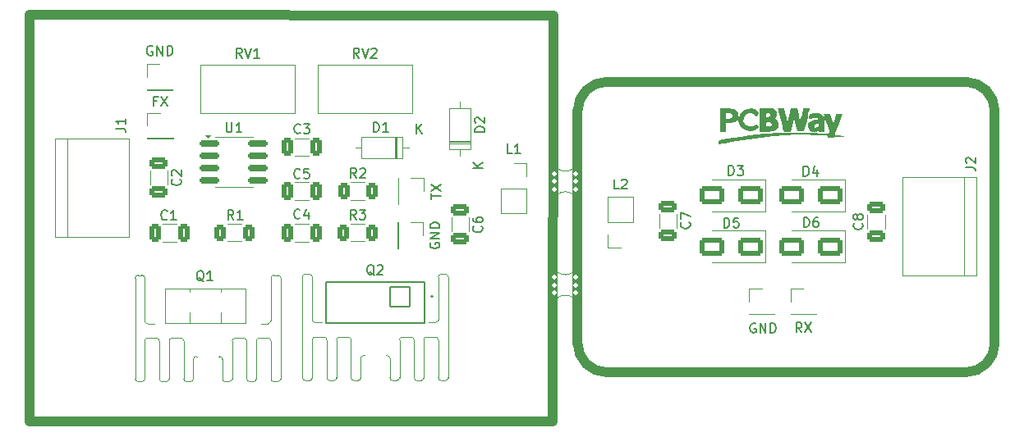
<source format=gbr>
%TF.GenerationSoftware,KiCad,Pcbnew,8.0.6*%
%TF.CreationDate,2025-11-14T22:02:28-06:00*%
%TF.ProjectId,WirelessChargerPCB,57697265-6c65-4737-9343-686172676572,rev?*%
%TF.SameCoordinates,Original*%
%TF.FileFunction,Legend,Top*%
%TF.FilePolarity,Positive*%
%FSLAX46Y46*%
G04 Gerber Fmt 4.6, Leading zero omitted, Abs format (unit mm)*
G04 Created by KiCad (PCBNEW 8.0.6) date 2025-11-14 22:02:28*
%MOMM*%
%LPD*%
G01*
G04 APERTURE LIST*
G04 Aperture macros list*
%AMRoundRect*
0 Rectangle with rounded corners*
0 $1 Rounding radius*
0 $2 $3 $4 $5 $6 $7 $8 $9 X,Y pos of 4 corners*
0 Add a 4 corners polygon primitive as box body*
4,1,4,$2,$3,$4,$5,$6,$7,$8,$9,$2,$3,0*
0 Add four circle primitives for the rounded corners*
1,1,$1+$1,$2,$3*
1,1,$1+$1,$4,$5*
1,1,$1+$1,$6,$7*
1,1,$1+$1,$8,$9*
0 Add four rect primitives between the rounded corners*
20,1,$1+$1,$2,$3,$4,$5,0*
20,1,$1+$1,$4,$5,$6,$7,0*
20,1,$1+$1,$6,$7,$8,$9,0*
20,1,$1+$1,$8,$9,$2,$3,0*%
G04 Aperture macros list end*
%ADD10C,1.000000*%
%ADD11C,0.150000*%
%ADD12C,0.000000*%
%ADD13C,0.100000*%
%ADD14C,0.120000*%
%ADD15C,0.200000*%
%ADD16C,0.127000*%
%ADD17C,0.500000*%
%ADD18C,3.200000*%
%ADD19R,3.000000X3.000000*%
%ADD20C,3.000000*%
%ADD21R,1.700000X1.700000*%
%ADD22O,1.700000X1.700000*%
%ADD23RoundRect,0.250000X-0.312500X-0.625000X0.312500X-0.625000X0.312500X0.625000X-0.312500X0.625000X0*%
%ADD24RoundRect,0.250000X-0.650000X0.325000X-0.650000X-0.325000X0.650000X-0.325000X0.650000X0.325000X0*%
%ADD25O,1.600000X1.600000*%
%ADD26R,1.600000X1.600000*%
%ADD27RoundRect,0.250000X1.000000X0.650000X-1.000000X0.650000X-1.000000X-0.650000X1.000000X-0.650000X0*%
%ADD28C,1.800000*%
%ADD29RoundRect,0.150000X-0.825000X-0.150000X0.825000X-0.150000X0.825000X0.150000X-0.825000X0.150000X0*%
%ADD30C,2.199000*%
%ADD31RoundRect,0.102000X0.997500X0.997500X-0.997500X0.997500X-0.997500X-0.997500X0.997500X-0.997500X0*%
%ADD32RoundRect,0.250000X0.325000X0.650000X-0.325000X0.650000X-0.325000X-0.650000X0.325000X-0.650000X0*%
%ADD33C,1.440000*%
%ADD34RoundRect,0.250000X-0.325000X-0.650000X0.325000X-0.650000X0.325000X0.650000X-0.325000X0.650000X0*%
%ADD35O,1.710000X1.800000*%
%ADD36R,1.710000X1.800000*%
%ADD37RoundRect,0.250000X0.650000X-0.325000X0.650000X0.325000X-0.650000X0.325000X-0.650000X-0.325000X0*%
G04 APERTURE END LIST*
D10*
X152300000Y-88390000D02*
X152300000Y-112390000D01*
X149765000Y-78525000D02*
X149755000Y-120495000D01*
X95755000Y-120455000D02*
X149755000Y-120495000D01*
X95765000Y-78485000D02*
X149765000Y-78525000D01*
X95755000Y-120455000D02*
X95765000Y-78485000D01*
D11*
X108453095Y-81712438D02*
X108357857Y-81664819D01*
X108357857Y-81664819D02*
X108215000Y-81664819D01*
X108215000Y-81664819D02*
X108072143Y-81712438D01*
X108072143Y-81712438D02*
X107976905Y-81807676D01*
X107976905Y-81807676D02*
X107929286Y-81902914D01*
X107929286Y-81902914D02*
X107881667Y-82093390D01*
X107881667Y-82093390D02*
X107881667Y-82236247D01*
X107881667Y-82236247D02*
X107929286Y-82426723D01*
X107929286Y-82426723D02*
X107976905Y-82521961D01*
X107976905Y-82521961D02*
X108072143Y-82617200D01*
X108072143Y-82617200D02*
X108215000Y-82664819D01*
X108215000Y-82664819D02*
X108310238Y-82664819D01*
X108310238Y-82664819D02*
X108453095Y-82617200D01*
X108453095Y-82617200D02*
X108500714Y-82569580D01*
X108500714Y-82569580D02*
X108500714Y-82236247D01*
X108500714Y-82236247D02*
X108310238Y-82236247D01*
X108929286Y-82664819D02*
X108929286Y-81664819D01*
X108929286Y-81664819D02*
X109500714Y-82664819D01*
X109500714Y-82664819D02*
X109500714Y-81664819D01*
X109976905Y-82664819D02*
X109976905Y-81664819D01*
X109976905Y-81664819D02*
X110215000Y-81664819D01*
X110215000Y-81664819D02*
X110357857Y-81712438D01*
X110357857Y-81712438D02*
X110453095Y-81807676D01*
X110453095Y-81807676D02*
X110500714Y-81902914D01*
X110500714Y-81902914D02*
X110548333Y-82093390D01*
X110548333Y-82093390D02*
X110548333Y-82236247D01*
X110548333Y-82236247D02*
X110500714Y-82426723D01*
X110500714Y-82426723D02*
X110453095Y-82521961D01*
X110453095Y-82521961D02*
X110357857Y-82617200D01*
X110357857Y-82617200D02*
X110215000Y-82664819D01*
X110215000Y-82664819D02*
X109976905Y-82664819D01*
X137122438Y-102016904D02*
X137074819Y-102112142D01*
X137074819Y-102112142D02*
X137074819Y-102254999D01*
X137074819Y-102254999D02*
X137122438Y-102397856D01*
X137122438Y-102397856D02*
X137217676Y-102493094D01*
X137217676Y-102493094D02*
X137312914Y-102540713D01*
X137312914Y-102540713D02*
X137503390Y-102588332D01*
X137503390Y-102588332D02*
X137646247Y-102588332D01*
X137646247Y-102588332D02*
X137836723Y-102540713D01*
X137836723Y-102540713D02*
X137931961Y-102493094D01*
X137931961Y-102493094D02*
X138027200Y-102397856D01*
X138027200Y-102397856D02*
X138074819Y-102254999D01*
X138074819Y-102254999D02*
X138074819Y-102159761D01*
X138074819Y-102159761D02*
X138027200Y-102016904D01*
X138027200Y-102016904D02*
X137979580Y-101969285D01*
X137979580Y-101969285D02*
X137646247Y-101969285D01*
X137646247Y-101969285D02*
X137646247Y-102159761D01*
X138074819Y-101540713D02*
X137074819Y-101540713D01*
X137074819Y-101540713D02*
X138074819Y-100969285D01*
X138074819Y-100969285D02*
X137074819Y-100969285D01*
X138074819Y-100493094D02*
X137074819Y-100493094D01*
X137074819Y-100493094D02*
X137074819Y-100254999D01*
X137074819Y-100254999D02*
X137122438Y-100112142D01*
X137122438Y-100112142D02*
X137217676Y-100016904D01*
X137217676Y-100016904D02*
X137312914Y-99969285D01*
X137312914Y-99969285D02*
X137503390Y-99921666D01*
X137503390Y-99921666D02*
X137646247Y-99921666D01*
X137646247Y-99921666D02*
X137836723Y-99969285D01*
X137836723Y-99969285D02*
X137931961Y-100016904D01*
X137931961Y-100016904D02*
X138027200Y-100112142D01*
X138027200Y-100112142D02*
X138074819Y-100254999D01*
X138074819Y-100254999D02*
X138074819Y-100493094D01*
X108931666Y-87381009D02*
X108598333Y-87381009D01*
X108598333Y-87904819D02*
X108598333Y-86904819D01*
X108598333Y-86904819D02*
X109074523Y-86904819D01*
X109360238Y-86904819D02*
X110026904Y-87904819D01*
X110026904Y-86904819D02*
X109360238Y-87904819D01*
X137184819Y-97506904D02*
X137184819Y-96935476D01*
X138184819Y-97221190D02*
X137184819Y-97221190D01*
X137184819Y-96697380D02*
X138184819Y-96030714D01*
X137184819Y-96030714D02*
X138184819Y-96697380D01*
X170638095Y-110347438D02*
X170542857Y-110299819D01*
X170542857Y-110299819D02*
X170400000Y-110299819D01*
X170400000Y-110299819D02*
X170257143Y-110347438D01*
X170257143Y-110347438D02*
X170161905Y-110442676D01*
X170161905Y-110442676D02*
X170114286Y-110537914D01*
X170114286Y-110537914D02*
X170066667Y-110728390D01*
X170066667Y-110728390D02*
X170066667Y-110871247D01*
X170066667Y-110871247D02*
X170114286Y-111061723D01*
X170114286Y-111061723D02*
X170161905Y-111156961D01*
X170161905Y-111156961D02*
X170257143Y-111252200D01*
X170257143Y-111252200D02*
X170400000Y-111299819D01*
X170400000Y-111299819D02*
X170495238Y-111299819D01*
X170495238Y-111299819D02*
X170638095Y-111252200D01*
X170638095Y-111252200D02*
X170685714Y-111204580D01*
X170685714Y-111204580D02*
X170685714Y-110871247D01*
X170685714Y-110871247D02*
X170495238Y-110871247D01*
X171114286Y-111299819D02*
X171114286Y-110299819D01*
X171114286Y-110299819D02*
X171685714Y-111299819D01*
X171685714Y-111299819D02*
X171685714Y-110299819D01*
X172161905Y-111299819D02*
X172161905Y-110299819D01*
X172161905Y-110299819D02*
X172400000Y-110299819D01*
X172400000Y-110299819D02*
X172542857Y-110347438D01*
X172542857Y-110347438D02*
X172638095Y-110442676D01*
X172638095Y-110442676D02*
X172685714Y-110537914D01*
X172685714Y-110537914D02*
X172733333Y-110728390D01*
X172733333Y-110728390D02*
X172733333Y-110871247D01*
X172733333Y-110871247D02*
X172685714Y-111061723D01*
X172685714Y-111061723D02*
X172638095Y-111156961D01*
X172638095Y-111156961D02*
X172542857Y-111252200D01*
X172542857Y-111252200D02*
X172400000Y-111299819D01*
X172400000Y-111299819D02*
X172161905Y-111299819D01*
X175403333Y-111259819D02*
X175070000Y-110783628D01*
X174831905Y-111259819D02*
X174831905Y-110259819D01*
X174831905Y-110259819D02*
X175212857Y-110259819D01*
X175212857Y-110259819D02*
X175308095Y-110307438D01*
X175308095Y-110307438D02*
X175355714Y-110355057D01*
X175355714Y-110355057D02*
X175403333Y-110450295D01*
X175403333Y-110450295D02*
X175403333Y-110593152D01*
X175403333Y-110593152D02*
X175355714Y-110688390D01*
X175355714Y-110688390D02*
X175308095Y-110736009D01*
X175308095Y-110736009D02*
X175212857Y-110783628D01*
X175212857Y-110783628D02*
X174831905Y-110783628D01*
X175736667Y-110259819D02*
X176403333Y-111259819D01*
X176403333Y-110259819D02*
X175736667Y-111259819D01*
D10*
X155300000Y-115390000D02*
G75*
G02*
X152300000Y-112390000I0J3000000D01*
G01*
X192300000Y-115390000D02*
X155300000Y-115390000D01*
X195300000Y-112390000D02*
G75*
G02*
X192300000Y-115390000I-3000000J0D01*
G01*
X195300000Y-88390000D02*
X195300000Y-112390000D01*
X192300000Y-85390000D02*
G75*
G02*
X195300000Y-88390000I0J-3000000D01*
G01*
X155300000Y-85390000D02*
X192300000Y-85390000D01*
X152300000Y-88390000D02*
G75*
G02*
X155300000Y-85390000I3000000J0D01*
G01*
D11*
X192304819Y-94213333D02*
X193019104Y-94213333D01*
X193019104Y-94213333D02*
X193161961Y-94260952D01*
X193161961Y-94260952D02*
X193257200Y-94356190D01*
X193257200Y-94356190D02*
X193304819Y-94499047D01*
X193304819Y-94499047D02*
X193304819Y-94594285D01*
X192400057Y-93784761D02*
X192352438Y-93737142D01*
X192352438Y-93737142D02*
X192304819Y-93641904D01*
X192304819Y-93641904D02*
X192304819Y-93403809D01*
X192304819Y-93403809D02*
X192352438Y-93308571D01*
X192352438Y-93308571D02*
X192400057Y-93260952D01*
X192400057Y-93260952D02*
X192495295Y-93213333D01*
X192495295Y-93213333D02*
X192590533Y-93213333D01*
X192590533Y-93213333D02*
X192733390Y-93260952D01*
X192733390Y-93260952D02*
X193304819Y-93832380D01*
X193304819Y-93832380D02*
X193304819Y-93213333D01*
X104669819Y-90198333D02*
X105384104Y-90198333D01*
X105384104Y-90198333D02*
X105526961Y-90245952D01*
X105526961Y-90245952D02*
X105622200Y-90341190D01*
X105622200Y-90341190D02*
X105669819Y-90484047D01*
X105669819Y-90484047D02*
X105669819Y-90579285D01*
X105669819Y-89198333D02*
X105669819Y-89769761D01*
X105669819Y-89484047D02*
X104669819Y-89484047D01*
X104669819Y-89484047D02*
X104812676Y-89579285D01*
X104812676Y-89579285D02*
X104907914Y-89674523D01*
X104907914Y-89674523D02*
X104955533Y-89769761D01*
X145533333Y-92789819D02*
X145057143Y-92789819D01*
X145057143Y-92789819D02*
X145057143Y-91789819D01*
X146390476Y-92789819D02*
X145819048Y-92789819D01*
X146104762Y-92789819D02*
X146104762Y-91789819D01*
X146104762Y-91789819D02*
X146009524Y-91932676D01*
X146009524Y-91932676D02*
X145914286Y-92027914D01*
X145914286Y-92027914D02*
X145819048Y-92075533D01*
X129465833Y-99599819D02*
X129132500Y-99123628D01*
X128894405Y-99599819D02*
X128894405Y-98599819D01*
X128894405Y-98599819D02*
X129275357Y-98599819D01*
X129275357Y-98599819D02*
X129370595Y-98647438D01*
X129370595Y-98647438D02*
X129418214Y-98695057D01*
X129418214Y-98695057D02*
X129465833Y-98790295D01*
X129465833Y-98790295D02*
X129465833Y-98933152D01*
X129465833Y-98933152D02*
X129418214Y-99028390D01*
X129418214Y-99028390D02*
X129370595Y-99076009D01*
X129370595Y-99076009D02*
X129275357Y-99123628D01*
X129275357Y-99123628D02*
X128894405Y-99123628D01*
X129799167Y-98599819D02*
X130418214Y-98599819D01*
X130418214Y-98599819D02*
X130084881Y-98980771D01*
X130084881Y-98980771D02*
X130227738Y-98980771D01*
X130227738Y-98980771D02*
X130322976Y-99028390D01*
X130322976Y-99028390D02*
X130370595Y-99076009D01*
X130370595Y-99076009D02*
X130418214Y-99171247D01*
X130418214Y-99171247D02*
X130418214Y-99409342D01*
X130418214Y-99409342D02*
X130370595Y-99504580D01*
X130370595Y-99504580D02*
X130322976Y-99552200D01*
X130322976Y-99552200D02*
X130227738Y-99599819D01*
X130227738Y-99599819D02*
X129942024Y-99599819D01*
X129942024Y-99599819D02*
X129846786Y-99552200D01*
X129846786Y-99552200D02*
X129799167Y-99504580D01*
X163809580Y-99906666D02*
X163857200Y-99954285D01*
X163857200Y-99954285D02*
X163904819Y-100097142D01*
X163904819Y-100097142D02*
X163904819Y-100192380D01*
X163904819Y-100192380D02*
X163857200Y-100335237D01*
X163857200Y-100335237D02*
X163761961Y-100430475D01*
X163761961Y-100430475D02*
X163666723Y-100478094D01*
X163666723Y-100478094D02*
X163476247Y-100525713D01*
X163476247Y-100525713D02*
X163333390Y-100525713D01*
X163333390Y-100525713D02*
X163142914Y-100478094D01*
X163142914Y-100478094D02*
X163047676Y-100430475D01*
X163047676Y-100430475D02*
X162952438Y-100335237D01*
X162952438Y-100335237D02*
X162904819Y-100192380D01*
X162904819Y-100192380D02*
X162904819Y-100097142D01*
X162904819Y-100097142D02*
X162952438Y-99954285D01*
X162952438Y-99954285D02*
X163000057Y-99906666D01*
X162904819Y-99573332D02*
X162904819Y-98906666D01*
X162904819Y-98906666D02*
X163904819Y-99335237D01*
X142699819Y-90583094D02*
X141699819Y-90583094D01*
X141699819Y-90583094D02*
X141699819Y-90344999D01*
X141699819Y-90344999D02*
X141747438Y-90202142D01*
X141747438Y-90202142D02*
X141842676Y-90106904D01*
X141842676Y-90106904D02*
X141937914Y-90059285D01*
X141937914Y-90059285D02*
X142128390Y-90011666D01*
X142128390Y-90011666D02*
X142271247Y-90011666D01*
X142271247Y-90011666D02*
X142461723Y-90059285D01*
X142461723Y-90059285D02*
X142556961Y-90106904D01*
X142556961Y-90106904D02*
X142652200Y-90202142D01*
X142652200Y-90202142D02*
X142699819Y-90344999D01*
X142699819Y-90344999D02*
X142699819Y-90583094D01*
X141795057Y-89630713D02*
X141747438Y-89583094D01*
X141747438Y-89583094D02*
X141699819Y-89487856D01*
X141699819Y-89487856D02*
X141699819Y-89249761D01*
X141699819Y-89249761D02*
X141747438Y-89154523D01*
X141747438Y-89154523D02*
X141795057Y-89106904D01*
X141795057Y-89106904D02*
X141890295Y-89059285D01*
X141890295Y-89059285D02*
X141985533Y-89059285D01*
X141985533Y-89059285D02*
X142128390Y-89106904D01*
X142128390Y-89106904D02*
X142699819Y-89678332D01*
X142699819Y-89678332D02*
X142699819Y-89059285D01*
X142529819Y-94296904D02*
X141529819Y-94296904D01*
X142529819Y-93725476D02*
X141958390Y-94154047D01*
X141529819Y-93725476D02*
X142101247Y-94296904D01*
X111324580Y-95456666D02*
X111372200Y-95504285D01*
X111372200Y-95504285D02*
X111419819Y-95647142D01*
X111419819Y-95647142D02*
X111419819Y-95742380D01*
X111419819Y-95742380D02*
X111372200Y-95885237D01*
X111372200Y-95885237D02*
X111276961Y-95980475D01*
X111276961Y-95980475D02*
X111181723Y-96028094D01*
X111181723Y-96028094D02*
X110991247Y-96075713D01*
X110991247Y-96075713D02*
X110848390Y-96075713D01*
X110848390Y-96075713D02*
X110657914Y-96028094D01*
X110657914Y-96028094D02*
X110562676Y-95980475D01*
X110562676Y-95980475D02*
X110467438Y-95885237D01*
X110467438Y-95885237D02*
X110419819Y-95742380D01*
X110419819Y-95742380D02*
X110419819Y-95647142D01*
X110419819Y-95647142D02*
X110467438Y-95504285D01*
X110467438Y-95504285D02*
X110515057Y-95456666D01*
X110515057Y-95075713D02*
X110467438Y-95028094D01*
X110467438Y-95028094D02*
X110419819Y-94932856D01*
X110419819Y-94932856D02*
X110419819Y-94694761D01*
X110419819Y-94694761D02*
X110467438Y-94599523D01*
X110467438Y-94599523D02*
X110515057Y-94551904D01*
X110515057Y-94551904D02*
X110610295Y-94504285D01*
X110610295Y-94504285D02*
X110705533Y-94504285D01*
X110705533Y-94504285D02*
X110848390Y-94551904D01*
X110848390Y-94551904D02*
X111419819Y-95123332D01*
X111419819Y-95123332D02*
X111419819Y-94504285D01*
X167394405Y-100444819D02*
X167394405Y-99444819D01*
X167394405Y-99444819D02*
X167632500Y-99444819D01*
X167632500Y-99444819D02*
X167775357Y-99492438D01*
X167775357Y-99492438D02*
X167870595Y-99587676D01*
X167870595Y-99587676D02*
X167918214Y-99682914D01*
X167918214Y-99682914D02*
X167965833Y-99873390D01*
X167965833Y-99873390D02*
X167965833Y-100016247D01*
X167965833Y-100016247D02*
X167918214Y-100206723D01*
X167918214Y-100206723D02*
X167870595Y-100301961D01*
X167870595Y-100301961D02*
X167775357Y-100397200D01*
X167775357Y-100397200D02*
X167632500Y-100444819D01*
X167632500Y-100444819D02*
X167394405Y-100444819D01*
X168870595Y-99444819D02*
X168394405Y-99444819D01*
X168394405Y-99444819D02*
X168346786Y-99921009D01*
X168346786Y-99921009D02*
X168394405Y-99873390D01*
X168394405Y-99873390D02*
X168489643Y-99825771D01*
X168489643Y-99825771D02*
X168727738Y-99825771D01*
X168727738Y-99825771D02*
X168822976Y-99873390D01*
X168822976Y-99873390D02*
X168870595Y-99921009D01*
X168870595Y-99921009D02*
X168918214Y-100016247D01*
X168918214Y-100016247D02*
X168918214Y-100254342D01*
X168918214Y-100254342D02*
X168870595Y-100349580D01*
X168870595Y-100349580D02*
X168822976Y-100397200D01*
X168822976Y-100397200D02*
X168727738Y-100444819D01*
X168727738Y-100444819D02*
X168489643Y-100444819D01*
X168489643Y-100444819D02*
X168394405Y-100397200D01*
X168394405Y-100397200D02*
X168346786Y-100349580D01*
X116083095Y-89589819D02*
X116083095Y-90399342D01*
X116083095Y-90399342D02*
X116130714Y-90494580D01*
X116130714Y-90494580D02*
X116178333Y-90542200D01*
X116178333Y-90542200D02*
X116273571Y-90589819D01*
X116273571Y-90589819D02*
X116464047Y-90589819D01*
X116464047Y-90589819D02*
X116559285Y-90542200D01*
X116559285Y-90542200D02*
X116606904Y-90494580D01*
X116606904Y-90494580D02*
X116654523Y-90399342D01*
X116654523Y-90399342D02*
X116654523Y-89589819D01*
X117654523Y-90589819D02*
X117083095Y-90589819D01*
X117368809Y-90589819D02*
X117368809Y-89589819D01*
X117368809Y-89589819D02*
X117273571Y-89732676D01*
X117273571Y-89732676D02*
X117178333Y-89827914D01*
X117178333Y-89827914D02*
X117083095Y-89875533D01*
X131329761Y-105385057D02*
X131234523Y-105337438D01*
X131234523Y-105337438D02*
X131139285Y-105242200D01*
X131139285Y-105242200D02*
X130996428Y-105099342D01*
X130996428Y-105099342D02*
X130901190Y-105051723D01*
X130901190Y-105051723D02*
X130805952Y-105051723D01*
X130853571Y-105289819D02*
X130758333Y-105242200D01*
X130758333Y-105242200D02*
X130663095Y-105146961D01*
X130663095Y-105146961D02*
X130615476Y-104956485D01*
X130615476Y-104956485D02*
X130615476Y-104623152D01*
X130615476Y-104623152D02*
X130663095Y-104432676D01*
X130663095Y-104432676D02*
X130758333Y-104337438D01*
X130758333Y-104337438D02*
X130853571Y-104289819D01*
X130853571Y-104289819D02*
X131044047Y-104289819D01*
X131044047Y-104289819D02*
X131139285Y-104337438D01*
X131139285Y-104337438D02*
X131234523Y-104432676D01*
X131234523Y-104432676D02*
X131282142Y-104623152D01*
X131282142Y-104623152D02*
X131282142Y-104956485D01*
X131282142Y-104956485D02*
X131234523Y-105146961D01*
X131234523Y-105146961D02*
X131139285Y-105242200D01*
X131139285Y-105242200D02*
X131044047Y-105289819D01*
X131044047Y-105289819D02*
X130853571Y-105289819D01*
X131663095Y-104385057D02*
X131710714Y-104337438D01*
X131710714Y-104337438D02*
X131805952Y-104289819D01*
X131805952Y-104289819D02*
X132044047Y-104289819D01*
X132044047Y-104289819D02*
X132139285Y-104337438D01*
X132139285Y-104337438D02*
X132186904Y-104385057D01*
X132186904Y-104385057D02*
X132234523Y-104480295D01*
X132234523Y-104480295D02*
X132234523Y-104575533D01*
X132234523Y-104575533D02*
X132186904Y-104718390D01*
X132186904Y-104718390D02*
X131615476Y-105289819D01*
X131615476Y-105289819D02*
X132234523Y-105289819D01*
X116823333Y-99619819D02*
X116490000Y-99143628D01*
X116251905Y-99619819D02*
X116251905Y-98619819D01*
X116251905Y-98619819D02*
X116632857Y-98619819D01*
X116632857Y-98619819D02*
X116728095Y-98667438D01*
X116728095Y-98667438D02*
X116775714Y-98715057D01*
X116775714Y-98715057D02*
X116823333Y-98810295D01*
X116823333Y-98810295D02*
X116823333Y-98953152D01*
X116823333Y-98953152D02*
X116775714Y-99048390D01*
X116775714Y-99048390D02*
X116728095Y-99096009D01*
X116728095Y-99096009D02*
X116632857Y-99143628D01*
X116632857Y-99143628D02*
X116251905Y-99143628D01*
X117775714Y-99619819D02*
X117204286Y-99619819D01*
X117490000Y-99619819D02*
X117490000Y-98619819D01*
X117490000Y-98619819D02*
X117394762Y-98762676D01*
X117394762Y-98762676D02*
X117299524Y-98857914D01*
X117299524Y-98857914D02*
X117204286Y-98905533D01*
X167846905Y-95034819D02*
X167846905Y-94034819D01*
X167846905Y-94034819D02*
X168085000Y-94034819D01*
X168085000Y-94034819D02*
X168227857Y-94082438D01*
X168227857Y-94082438D02*
X168323095Y-94177676D01*
X168323095Y-94177676D02*
X168370714Y-94272914D01*
X168370714Y-94272914D02*
X168418333Y-94463390D01*
X168418333Y-94463390D02*
X168418333Y-94606247D01*
X168418333Y-94606247D02*
X168370714Y-94796723D01*
X168370714Y-94796723D02*
X168323095Y-94891961D01*
X168323095Y-94891961D02*
X168227857Y-94987200D01*
X168227857Y-94987200D02*
X168085000Y-95034819D01*
X168085000Y-95034819D02*
X167846905Y-95034819D01*
X168751667Y-94034819D02*
X169370714Y-94034819D01*
X169370714Y-94034819D02*
X169037381Y-94415771D01*
X169037381Y-94415771D02*
X169180238Y-94415771D01*
X169180238Y-94415771D02*
X169275476Y-94463390D01*
X169275476Y-94463390D02*
X169323095Y-94511009D01*
X169323095Y-94511009D02*
X169370714Y-94606247D01*
X169370714Y-94606247D02*
X169370714Y-94844342D01*
X169370714Y-94844342D02*
X169323095Y-94939580D01*
X169323095Y-94939580D02*
X169275476Y-94987200D01*
X169275476Y-94987200D02*
X169180238Y-95034819D01*
X169180238Y-95034819D02*
X168894524Y-95034819D01*
X168894524Y-95034819D02*
X168799286Y-94987200D01*
X168799286Y-94987200D02*
X168751667Y-94939580D01*
X156538333Y-96454819D02*
X156062143Y-96454819D01*
X156062143Y-96454819D02*
X156062143Y-95454819D01*
X156824048Y-95550057D02*
X156871667Y-95502438D01*
X156871667Y-95502438D02*
X156966905Y-95454819D01*
X156966905Y-95454819D02*
X157205000Y-95454819D01*
X157205000Y-95454819D02*
X157300238Y-95502438D01*
X157300238Y-95502438D02*
X157347857Y-95550057D01*
X157347857Y-95550057D02*
X157395476Y-95645295D01*
X157395476Y-95645295D02*
X157395476Y-95740533D01*
X157395476Y-95740533D02*
X157347857Y-95883390D01*
X157347857Y-95883390D02*
X156776429Y-96454819D01*
X156776429Y-96454819D02*
X157395476Y-96454819D01*
X123670833Y-95274580D02*
X123623214Y-95322200D01*
X123623214Y-95322200D02*
X123480357Y-95369819D01*
X123480357Y-95369819D02*
X123385119Y-95369819D01*
X123385119Y-95369819D02*
X123242262Y-95322200D01*
X123242262Y-95322200D02*
X123147024Y-95226961D01*
X123147024Y-95226961D02*
X123099405Y-95131723D01*
X123099405Y-95131723D02*
X123051786Y-94941247D01*
X123051786Y-94941247D02*
X123051786Y-94798390D01*
X123051786Y-94798390D02*
X123099405Y-94607914D01*
X123099405Y-94607914D02*
X123147024Y-94512676D01*
X123147024Y-94512676D02*
X123242262Y-94417438D01*
X123242262Y-94417438D02*
X123385119Y-94369819D01*
X123385119Y-94369819D02*
X123480357Y-94369819D01*
X123480357Y-94369819D02*
X123623214Y-94417438D01*
X123623214Y-94417438D02*
X123670833Y-94465057D01*
X124575595Y-94369819D02*
X124099405Y-94369819D01*
X124099405Y-94369819D02*
X124051786Y-94846009D01*
X124051786Y-94846009D02*
X124099405Y-94798390D01*
X124099405Y-94798390D02*
X124194643Y-94750771D01*
X124194643Y-94750771D02*
X124432738Y-94750771D01*
X124432738Y-94750771D02*
X124527976Y-94798390D01*
X124527976Y-94798390D02*
X124575595Y-94846009D01*
X124575595Y-94846009D02*
X124623214Y-94941247D01*
X124623214Y-94941247D02*
X124623214Y-95179342D01*
X124623214Y-95179342D02*
X124575595Y-95274580D01*
X124575595Y-95274580D02*
X124527976Y-95322200D01*
X124527976Y-95322200D02*
X124432738Y-95369819D01*
X124432738Y-95369819D02*
X124194643Y-95369819D01*
X124194643Y-95369819D02*
X124099405Y-95322200D01*
X124099405Y-95322200D02*
X124051786Y-95274580D01*
X175571905Y-95104819D02*
X175571905Y-94104819D01*
X175571905Y-94104819D02*
X175810000Y-94104819D01*
X175810000Y-94104819D02*
X175952857Y-94152438D01*
X175952857Y-94152438D02*
X176048095Y-94247676D01*
X176048095Y-94247676D02*
X176095714Y-94342914D01*
X176095714Y-94342914D02*
X176143333Y-94533390D01*
X176143333Y-94533390D02*
X176143333Y-94676247D01*
X176143333Y-94676247D02*
X176095714Y-94866723D01*
X176095714Y-94866723D02*
X176048095Y-94961961D01*
X176048095Y-94961961D02*
X175952857Y-95057200D01*
X175952857Y-95057200D02*
X175810000Y-95104819D01*
X175810000Y-95104819D02*
X175571905Y-95104819D01*
X177000476Y-94438152D02*
X177000476Y-95104819D01*
X176762381Y-94057200D02*
X176524286Y-94771485D01*
X176524286Y-94771485D02*
X177143333Y-94771485D01*
X123683333Y-99444580D02*
X123635714Y-99492200D01*
X123635714Y-99492200D02*
X123492857Y-99539819D01*
X123492857Y-99539819D02*
X123397619Y-99539819D01*
X123397619Y-99539819D02*
X123254762Y-99492200D01*
X123254762Y-99492200D02*
X123159524Y-99396961D01*
X123159524Y-99396961D02*
X123111905Y-99301723D01*
X123111905Y-99301723D02*
X123064286Y-99111247D01*
X123064286Y-99111247D02*
X123064286Y-98968390D01*
X123064286Y-98968390D02*
X123111905Y-98777914D01*
X123111905Y-98777914D02*
X123159524Y-98682676D01*
X123159524Y-98682676D02*
X123254762Y-98587438D01*
X123254762Y-98587438D02*
X123397619Y-98539819D01*
X123397619Y-98539819D02*
X123492857Y-98539819D01*
X123492857Y-98539819D02*
X123635714Y-98587438D01*
X123635714Y-98587438D02*
X123683333Y-98635057D01*
X124540476Y-98873152D02*
X124540476Y-99539819D01*
X124302381Y-98492200D02*
X124064286Y-99206485D01*
X124064286Y-99206485D02*
X124683333Y-99206485D01*
X129769761Y-82919819D02*
X129436428Y-82443628D01*
X129198333Y-82919819D02*
X129198333Y-81919819D01*
X129198333Y-81919819D02*
X129579285Y-81919819D01*
X129579285Y-81919819D02*
X129674523Y-81967438D01*
X129674523Y-81967438D02*
X129722142Y-82015057D01*
X129722142Y-82015057D02*
X129769761Y-82110295D01*
X129769761Y-82110295D02*
X129769761Y-82253152D01*
X129769761Y-82253152D02*
X129722142Y-82348390D01*
X129722142Y-82348390D02*
X129674523Y-82396009D01*
X129674523Y-82396009D02*
X129579285Y-82443628D01*
X129579285Y-82443628D02*
X129198333Y-82443628D01*
X130055476Y-81919819D02*
X130388809Y-82919819D01*
X130388809Y-82919819D02*
X130722142Y-81919819D01*
X131007857Y-82015057D02*
X131055476Y-81967438D01*
X131055476Y-81967438D02*
X131150714Y-81919819D01*
X131150714Y-81919819D02*
X131388809Y-81919819D01*
X131388809Y-81919819D02*
X131484047Y-81967438D01*
X131484047Y-81967438D02*
X131531666Y-82015057D01*
X131531666Y-82015057D02*
X131579285Y-82110295D01*
X131579285Y-82110295D02*
X131579285Y-82205533D01*
X131579285Y-82205533D02*
X131531666Y-82348390D01*
X131531666Y-82348390D02*
X130960238Y-82919819D01*
X130960238Y-82919819D02*
X131579285Y-82919819D01*
X117689761Y-82919819D02*
X117356428Y-82443628D01*
X117118333Y-82919819D02*
X117118333Y-81919819D01*
X117118333Y-81919819D02*
X117499285Y-81919819D01*
X117499285Y-81919819D02*
X117594523Y-81967438D01*
X117594523Y-81967438D02*
X117642142Y-82015057D01*
X117642142Y-82015057D02*
X117689761Y-82110295D01*
X117689761Y-82110295D02*
X117689761Y-82253152D01*
X117689761Y-82253152D02*
X117642142Y-82348390D01*
X117642142Y-82348390D02*
X117594523Y-82396009D01*
X117594523Y-82396009D02*
X117499285Y-82443628D01*
X117499285Y-82443628D02*
X117118333Y-82443628D01*
X117975476Y-81919819D02*
X118308809Y-82919819D01*
X118308809Y-82919819D02*
X118642142Y-81919819D01*
X119499285Y-82919819D02*
X118927857Y-82919819D01*
X119213571Y-82919819D02*
X119213571Y-81919819D01*
X119213571Y-81919819D02*
X119118333Y-82062676D01*
X119118333Y-82062676D02*
X119023095Y-82157914D01*
X119023095Y-82157914D02*
X118927857Y-82205533D01*
X175621905Y-100394819D02*
X175621905Y-99394819D01*
X175621905Y-99394819D02*
X175860000Y-99394819D01*
X175860000Y-99394819D02*
X176002857Y-99442438D01*
X176002857Y-99442438D02*
X176098095Y-99537676D01*
X176098095Y-99537676D02*
X176145714Y-99632914D01*
X176145714Y-99632914D02*
X176193333Y-99823390D01*
X176193333Y-99823390D02*
X176193333Y-99966247D01*
X176193333Y-99966247D02*
X176145714Y-100156723D01*
X176145714Y-100156723D02*
X176098095Y-100251961D01*
X176098095Y-100251961D02*
X176002857Y-100347200D01*
X176002857Y-100347200D02*
X175860000Y-100394819D01*
X175860000Y-100394819D02*
X175621905Y-100394819D01*
X177050476Y-99394819D02*
X176860000Y-99394819D01*
X176860000Y-99394819D02*
X176764762Y-99442438D01*
X176764762Y-99442438D02*
X176717143Y-99490057D01*
X176717143Y-99490057D02*
X176621905Y-99632914D01*
X176621905Y-99632914D02*
X176574286Y-99823390D01*
X176574286Y-99823390D02*
X176574286Y-100204342D01*
X176574286Y-100204342D02*
X176621905Y-100299580D01*
X176621905Y-100299580D02*
X176669524Y-100347200D01*
X176669524Y-100347200D02*
X176764762Y-100394819D01*
X176764762Y-100394819D02*
X176955238Y-100394819D01*
X176955238Y-100394819D02*
X177050476Y-100347200D01*
X177050476Y-100347200D02*
X177098095Y-100299580D01*
X177098095Y-100299580D02*
X177145714Y-100204342D01*
X177145714Y-100204342D02*
X177145714Y-99966247D01*
X177145714Y-99966247D02*
X177098095Y-99871009D01*
X177098095Y-99871009D02*
X177050476Y-99823390D01*
X177050476Y-99823390D02*
X176955238Y-99775771D01*
X176955238Y-99775771D02*
X176764762Y-99775771D01*
X176764762Y-99775771D02*
X176669524Y-99823390D01*
X176669524Y-99823390D02*
X176621905Y-99871009D01*
X176621905Y-99871009D02*
X176574286Y-99966247D01*
X142394580Y-100296666D02*
X142442200Y-100344285D01*
X142442200Y-100344285D02*
X142489819Y-100487142D01*
X142489819Y-100487142D02*
X142489819Y-100582380D01*
X142489819Y-100582380D02*
X142442200Y-100725237D01*
X142442200Y-100725237D02*
X142346961Y-100820475D01*
X142346961Y-100820475D02*
X142251723Y-100868094D01*
X142251723Y-100868094D02*
X142061247Y-100915713D01*
X142061247Y-100915713D02*
X141918390Y-100915713D01*
X141918390Y-100915713D02*
X141727914Y-100868094D01*
X141727914Y-100868094D02*
X141632676Y-100820475D01*
X141632676Y-100820475D02*
X141537438Y-100725237D01*
X141537438Y-100725237D02*
X141489819Y-100582380D01*
X141489819Y-100582380D02*
X141489819Y-100487142D01*
X141489819Y-100487142D02*
X141537438Y-100344285D01*
X141537438Y-100344285D02*
X141585057Y-100296666D01*
X141489819Y-99439523D02*
X141489819Y-99629999D01*
X141489819Y-99629999D02*
X141537438Y-99725237D01*
X141537438Y-99725237D02*
X141585057Y-99772856D01*
X141585057Y-99772856D02*
X141727914Y-99868094D01*
X141727914Y-99868094D02*
X141918390Y-99915713D01*
X141918390Y-99915713D02*
X142299342Y-99915713D01*
X142299342Y-99915713D02*
X142394580Y-99868094D01*
X142394580Y-99868094D02*
X142442200Y-99820475D01*
X142442200Y-99820475D02*
X142489819Y-99725237D01*
X142489819Y-99725237D02*
X142489819Y-99534761D01*
X142489819Y-99534761D02*
X142442200Y-99439523D01*
X142442200Y-99439523D02*
X142394580Y-99391904D01*
X142394580Y-99391904D02*
X142299342Y-99344285D01*
X142299342Y-99344285D02*
X142061247Y-99344285D01*
X142061247Y-99344285D02*
X141966009Y-99391904D01*
X141966009Y-99391904D02*
X141918390Y-99439523D01*
X141918390Y-99439523D02*
X141870771Y-99534761D01*
X141870771Y-99534761D02*
X141870771Y-99725237D01*
X141870771Y-99725237D02*
X141918390Y-99820475D01*
X141918390Y-99820475D02*
X141966009Y-99868094D01*
X141966009Y-99868094D02*
X142061247Y-99915713D01*
X123698333Y-90634580D02*
X123650714Y-90682200D01*
X123650714Y-90682200D02*
X123507857Y-90729819D01*
X123507857Y-90729819D02*
X123412619Y-90729819D01*
X123412619Y-90729819D02*
X123269762Y-90682200D01*
X123269762Y-90682200D02*
X123174524Y-90586961D01*
X123174524Y-90586961D02*
X123126905Y-90491723D01*
X123126905Y-90491723D02*
X123079286Y-90301247D01*
X123079286Y-90301247D02*
X123079286Y-90158390D01*
X123079286Y-90158390D02*
X123126905Y-89967914D01*
X123126905Y-89967914D02*
X123174524Y-89872676D01*
X123174524Y-89872676D02*
X123269762Y-89777438D01*
X123269762Y-89777438D02*
X123412619Y-89729819D01*
X123412619Y-89729819D02*
X123507857Y-89729819D01*
X123507857Y-89729819D02*
X123650714Y-89777438D01*
X123650714Y-89777438D02*
X123698333Y-89825057D01*
X124031667Y-89729819D02*
X124650714Y-89729819D01*
X124650714Y-89729819D02*
X124317381Y-90110771D01*
X124317381Y-90110771D02*
X124460238Y-90110771D01*
X124460238Y-90110771D02*
X124555476Y-90158390D01*
X124555476Y-90158390D02*
X124603095Y-90206009D01*
X124603095Y-90206009D02*
X124650714Y-90301247D01*
X124650714Y-90301247D02*
X124650714Y-90539342D01*
X124650714Y-90539342D02*
X124603095Y-90634580D01*
X124603095Y-90634580D02*
X124555476Y-90682200D01*
X124555476Y-90682200D02*
X124460238Y-90729819D01*
X124460238Y-90729819D02*
X124174524Y-90729819D01*
X124174524Y-90729819D02*
X124079286Y-90682200D01*
X124079286Y-90682200D02*
X124031667Y-90634580D01*
X131256905Y-90559819D02*
X131256905Y-89559819D01*
X131256905Y-89559819D02*
X131495000Y-89559819D01*
X131495000Y-89559819D02*
X131637857Y-89607438D01*
X131637857Y-89607438D02*
X131733095Y-89702676D01*
X131733095Y-89702676D02*
X131780714Y-89797914D01*
X131780714Y-89797914D02*
X131828333Y-89988390D01*
X131828333Y-89988390D02*
X131828333Y-90131247D01*
X131828333Y-90131247D02*
X131780714Y-90321723D01*
X131780714Y-90321723D02*
X131733095Y-90416961D01*
X131733095Y-90416961D02*
X131637857Y-90512200D01*
X131637857Y-90512200D02*
X131495000Y-90559819D01*
X131495000Y-90559819D02*
X131256905Y-90559819D01*
X132780714Y-90559819D02*
X132209286Y-90559819D01*
X132495000Y-90559819D02*
X132495000Y-89559819D01*
X132495000Y-89559819D02*
X132399762Y-89702676D01*
X132399762Y-89702676D02*
X132304524Y-89797914D01*
X132304524Y-89797914D02*
X132209286Y-89845533D01*
X135703095Y-90719819D02*
X135703095Y-89719819D01*
X136274523Y-90719819D02*
X135845952Y-90148390D01*
X136274523Y-89719819D02*
X135703095Y-90291247D01*
X113759761Y-106005057D02*
X113664523Y-105957438D01*
X113664523Y-105957438D02*
X113569285Y-105862200D01*
X113569285Y-105862200D02*
X113426428Y-105719342D01*
X113426428Y-105719342D02*
X113331190Y-105671723D01*
X113331190Y-105671723D02*
X113235952Y-105671723D01*
X113283571Y-105909819D02*
X113188333Y-105862200D01*
X113188333Y-105862200D02*
X113093095Y-105766961D01*
X113093095Y-105766961D02*
X113045476Y-105576485D01*
X113045476Y-105576485D02*
X113045476Y-105243152D01*
X113045476Y-105243152D02*
X113093095Y-105052676D01*
X113093095Y-105052676D02*
X113188333Y-104957438D01*
X113188333Y-104957438D02*
X113283571Y-104909819D01*
X113283571Y-104909819D02*
X113474047Y-104909819D01*
X113474047Y-104909819D02*
X113569285Y-104957438D01*
X113569285Y-104957438D02*
X113664523Y-105052676D01*
X113664523Y-105052676D02*
X113712142Y-105243152D01*
X113712142Y-105243152D02*
X113712142Y-105576485D01*
X113712142Y-105576485D02*
X113664523Y-105766961D01*
X113664523Y-105766961D02*
X113569285Y-105862200D01*
X113569285Y-105862200D02*
X113474047Y-105909819D01*
X113474047Y-105909819D02*
X113283571Y-105909819D01*
X114664523Y-105909819D02*
X114093095Y-105909819D01*
X114378809Y-105909819D02*
X114378809Y-104909819D01*
X114378809Y-104909819D02*
X114283571Y-105052676D01*
X114283571Y-105052676D02*
X114188333Y-105147914D01*
X114188333Y-105147914D02*
X114093095Y-105195533D01*
X129470833Y-95299819D02*
X129137500Y-94823628D01*
X128899405Y-95299819D02*
X128899405Y-94299819D01*
X128899405Y-94299819D02*
X129280357Y-94299819D01*
X129280357Y-94299819D02*
X129375595Y-94347438D01*
X129375595Y-94347438D02*
X129423214Y-94395057D01*
X129423214Y-94395057D02*
X129470833Y-94490295D01*
X129470833Y-94490295D02*
X129470833Y-94633152D01*
X129470833Y-94633152D02*
X129423214Y-94728390D01*
X129423214Y-94728390D02*
X129375595Y-94776009D01*
X129375595Y-94776009D02*
X129280357Y-94823628D01*
X129280357Y-94823628D02*
X128899405Y-94823628D01*
X129851786Y-94395057D02*
X129899405Y-94347438D01*
X129899405Y-94347438D02*
X129994643Y-94299819D01*
X129994643Y-94299819D02*
X130232738Y-94299819D01*
X130232738Y-94299819D02*
X130327976Y-94347438D01*
X130327976Y-94347438D02*
X130375595Y-94395057D01*
X130375595Y-94395057D02*
X130423214Y-94490295D01*
X130423214Y-94490295D02*
X130423214Y-94585533D01*
X130423214Y-94585533D02*
X130375595Y-94728390D01*
X130375595Y-94728390D02*
X129804167Y-95299819D01*
X129804167Y-95299819D02*
X130423214Y-95299819D01*
X181609580Y-100006666D02*
X181657200Y-100054285D01*
X181657200Y-100054285D02*
X181704819Y-100197142D01*
X181704819Y-100197142D02*
X181704819Y-100292380D01*
X181704819Y-100292380D02*
X181657200Y-100435237D01*
X181657200Y-100435237D02*
X181561961Y-100530475D01*
X181561961Y-100530475D02*
X181466723Y-100578094D01*
X181466723Y-100578094D02*
X181276247Y-100625713D01*
X181276247Y-100625713D02*
X181133390Y-100625713D01*
X181133390Y-100625713D02*
X180942914Y-100578094D01*
X180942914Y-100578094D02*
X180847676Y-100530475D01*
X180847676Y-100530475D02*
X180752438Y-100435237D01*
X180752438Y-100435237D02*
X180704819Y-100292380D01*
X180704819Y-100292380D02*
X180704819Y-100197142D01*
X180704819Y-100197142D02*
X180752438Y-100054285D01*
X180752438Y-100054285D02*
X180800057Y-100006666D01*
X181133390Y-99435237D02*
X181085771Y-99530475D01*
X181085771Y-99530475D02*
X181038152Y-99578094D01*
X181038152Y-99578094D02*
X180942914Y-99625713D01*
X180942914Y-99625713D02*
X180895295Y-99625713D01*
X180895295Y-99625713D02*
X180800057Y-99578094D01*
X180800057Y-99578094D02*
X180752438Y-99530475D01*
X180752438Y-99530475D02*
X180704819Y-99435237D01*
X180704819Y-99435237D02*
X180704819Y-99244761D01*
X180704819Y-99244761D02*
X180752438Y-99149523D01*
X180752438Y-99149523D02*
X180800057Y-99101904D01*
X180800057Y-99101904D02*
X180895295Y-99054285D01*
X180895295Y-99054285D02*
X180942914Y-99054285D01*
X180942914Y-99054285D02*
X181038152Y-99101904D01*
X181038152Y-99101904D02*
X181085771Y-99149523D01*
X181085771Y-99149523D02*
X181133390Y-99244761D01*
X181133390Y-99244761D02*
X181133390Y-99435237D01*
X181133390Y-99435237D02*
X181181009Y-99530475D01*
X181181009Y-99530475D02*
X181228628Y-99578094D01*
X181228628Y-99578094D02*
X181323866Y-99625713D01*
X181323866Y-99625713D02*
X181514342Y-99625713D01*
X181514342Y-99625713D02*
X181609580Y-99578094D01*
X181609580Y-99578094D02*
X181657200Y-99530475D01*
X181657200Y-99530475D02*
X181704819Y-99435237D01*
X181704819Y-99435237D02*
X181704819Y-99244761D01*
X181704819Y-99244761D02*
X181657200Y-99149523D01*
X181657200Y-99149523D02*
X181609580Y-99101904D01*
X181609580Y-99101904D02*
X181514342Y-99054285D01*
X181514342Y-99054285D02*
X181323866Y-99054285D01*
X181323866Y-99054285D02*
X181228628Y-99101904D01*
X181228628Y-99101904D02*
X181181009Y-99149523D01*
X181181009Y-99149523D02*
X181133390Y-99244761D01*
X109973333Y-99564580D02*
X109925714Y-99612200D01*
X109925714Y-99612200D02*
X109782857Y-99659819D01*
X109782857Y-99659819D02*
X109687619Y-99659819D01*
X109687619Y-99659819D02*
X109544762Y-99612200D01*
X109544762Y-99612200D02*
X109449524Y-99516961D01*
X109449524Y-99516961D02*
X109401905Y-99421723D01*
X109401905Y-99421723D02*
X109354286Y-99231247D01*
X109354286Y-99231247D02*
X109354286Y-99088390D01*
X109354286Y-99088390D02*
X109401905Y-98897914D01*
X109401905Y-98897914D02*
X109449524Y-98802676D01*
X109449524Y-98802676D02*
X109544762Y-98707438D01*
X109544762Y-98707438D02*
X109687619Y-98659819D01*
X109687619Y-98659819D02*
X109782857Y-98659819D01*
X109782857Y-98659819D02*
X109925714Y-98707438D01*
X109925714Y-98707438D02*
X109973333Y-98755057D01*
X110925714Y-99659819D02*
X110354286Y-99659819D01*
X110640000Y-99659819D02*
X110640000Y-98659819D01*
X110640000Y-98659819D02*
X110544762Y-98802676D01*
X110544762Y-98802676D02*
X110449524Y-98897914D01*
X110449524Y-98897914D02*
X110354286Y-98945533D01*
D12*
%TO.C,G\u002A\u002A\u002A*%
G36*
X177181209Y-88663419D02*
G01*
X177458090Y-88757369D01*
X177598118Y-88856099D01*
X177757094Y-89015076D01*
X177715854Y-88850759D01*
X177699824Y-88753133D01*
X177735933Y-88704637D01*
X177854175Y-88688135D01*
X178003436Y-88686443D01*
X178332259Y-88686443D01*
X178491548Y-89194354D01*
X178650837Y-89702265D01*
X178805291Y-89194354D01*
X178959746Y-88686443D01*
X179287078Y-88686443D01*
X179614411Y-88686443D01*
X179358284Y-89403109D01*
X179238427Y-89736216D01*
X179118657Y-90065230D01*
X179015471Y-90345019D01*
X178962313Y-90486443D01*
X178887729Y-90683686D01*
X178836983Y-90821122D01*
X178822434Y-90864088D01*
X178883423Y-90875044D01*
X179044825Y-90894049D01*
X179274245Y-90917357D01*
X179322401Y-90921920D01*
X179618068Y-90960399D01*
X179782579Y-91003006D01*
X179817599Y-91042206D01*
X179724793Y-91070465D01*
X179505827Y-91080249D01*
X179289067Y-91072700D01*
X179041730Y-91064768D01*
X178855327Y-91070953D01*
X178761259Y-91089795D01*
X178755734Y-91097467D01*
X178695461Y-91128017D01*
X178540066Y-91148227D01*
X178391159Y-91153109D01*
X178180745Y-91146593D01*
X178078400Y-91121966D01*
X178059271Y-91071609D01*
X178064959Y-91053109D01*
X178053671Y-90969707D01*
X177979533Y-90952873D01*
X177872763Y-90948682D01*
X177658814Y-90937269D01*
X177363559Y-90920116D01*
X177012869Y-90898707D01*
X176792603Y-90884819D01*
X175861075Y-90851296D01*
X174822827Y-90860879D01*
X173696749Y-90911944D01*
X172501728Y-91002868D01*
X171256653Y-91132025D01*
X169980410Y-91297793D01*
X168691889Y-91498547D01*
X167796826Y-91658252D01*
X167472199Y-91718512D01*
X167194601Y-91768559D01*
X166990460Y-91803738D01*
X166886199Y-91819391D01*
X166880160Y-91819776D01*
X166839220Y-91761916D01*
X166822401Y-91624502D01*
X166832904Y-91509021D01*
X166886226Y-91440280D01*
X167015088Y-91393523D01*
X167172401Y-91359693D01*
X167728217Y-91258383D01*
X168389599Y-91153139D01*
X169128996Y-91047641D01*
X169918856Y-90945571D01*
X170731630Y-90850612D01*
X171539767Y-90766445D01*
X171789067Y-90742746D01*
X172153707Y-90716943D01*
X172626598Y-90695672D01*
X173182727Y-90679089D01*
X173797083Y-90667345D01*
X174444656Y-90660595D01*
X175100434Y-90658990D01*
X175739406Y-90662685D01*
X176336560Y-90671833D01*
X176866885Y-90686587D01*
X177305370Y-90707100D01*
X177332522Y-90708790D01*
X178209311Y-90764471D01*
X178249634Y-90575457D01*
X178249630Y-90423330D01*
X178195999Y-90193678D01*
X178084407Y-89869896D01*
X178026319Y-89719776D01*
X177762682Y-89053109D01*
X177759208Y-89803109D01*
X177755734Y-90553109D01*
X177455734Y-90553109D01*
X177276827Y-90539403D01*
X177169505Y-90504725D01*
X177155734Y-90484097D01*
X177114924Y-90449136D01*
X177026783Y-90484097D01*
X176817251Y-90543665D01*
X176565156Y-90546008D01*
X176333813Y-90494944D01*
X176225586Y-90435761D01*
X176106181Y-90268180D01*
X176044372Y-90047806D01*
X176047363Y-89951488D01*
X176689067Y-89951488D01*
X176733242Y-90074932D01*
X176839786Y-90119560D01*
X176969723Y-90093201D01*
X177084080Y-90003687D01*
X177143731Y-89860144D01*
X177146286Y-89736834D01*
X177086576Y-89706125D01*
X176977064Y-89726552D01*
X176797290Y-89776973D01*
X176713339Y-89832077D01*
X176689711Y-89919594D01*
X176689067Y-89951488D01*
X176047363Y-89951488D01*
X176052421Y-89788625D01*
X176161269Y-89590439D01*
X176380159Y-89443948D01*
X176718332Y-89339854D01*
X176755734Y-89332086D01*
X176982362Y-89284159D01*
X177095803Y-89249109D01*
X177113982Y-89215584D01*
X177054824Y-89172233D01*
X177029924Y-89158460D01*
X176843220Y-89106490D01*
X176585916Y-89124153D01*
X176301175Y-89192815D01*
X176202543Y-89210837D01*
X176163311Y-89165840D01*
X176164093Y-89026698D01*
X176167842Y-88978743D01*
X176189082Y-88819577D01*
X176243807Y-88734436D01*
X176369768Y-88686613D01*
X176495033Y-88660602D01*
X176847054Y-88628836D01*
X177181209Y-88663419D01*
G37*
G36*
X168032358Y-88159404D02*
G01*
X168297838Y-88176391D01*
X168488702Y-88201224D01*
X168559427Y-88221752D01*
X168707943Y-88361035D01*
X168826882Y-88576525D01*
X168886751Y-88811095D01*
X168889067Y-88860284D01*
X168894738Y-88955563D01*
X168921586Y-88958562D01*
X168984369Y-88858723D01*
X169042583Y-88750444D01*
X169253932Y-88478517D01*
X169540010Y-88285951D01*
X169870915Y-88177095D01*
X170216744Y-88156297D01*
X170547594Y-88227905D01*
X170833562Y-88396267D01*
X170916699Y-88477940D01*
X170998511Y-88581578D01*
X170997203Y-88657983D01*
X170908398Y-88765844D01*
X170894088Y-88781098D01*
X170743846Y-88941024D01*
X170507153Y-88780400D01*
X170231844Y-88646710D01*
X169970367Y-88639455D01*
X169712607Y-88748199D01*
X169512119Y-88938524D01*
X169410259Y-89181396D01*
X169406004Y-89442240D01*
X169498329Y-89686483D01*
X169686210Y-89879552D01*
X169747171Y-89915348D01*
X170017067Y-90008282D01*
X170268033Y-89983491D01*
X170507153Y-89859152D01*
X170743846Y-89698528D01*
X170892908Y-89857198D01*
X170988745Y-89977100D01*
X170993368Y-90062510D01*
X170948852Y-90128387D01*
X170774420Y-90266862D01*
X170520148Y-90386156D01*
X170239511Y-90465065D01*
X170049553Y-90484978D01*
X169691541Y-90426453D01*
X169368057Y-90261173D01*
X169115025Y-90010434D01*
X169039067Y-89886066D01*
X168947073Y-89657100D01*
X168892723Y-89428809D01*
X168886705Y-89355650D01*
X168882190Y-89204202D01*
X168862674Y-89173047D01*
X168812711Y-89249146D01*
X168796033Y-89279104D01*
X168646246Y-89457912D01*
X168422929Y-89566522D01*
X168104572Y-89613767D01*
X167972401Y-89617413D01*
X167555734Y-89619776D01*
X167555734Y-90086443D01*
X167555734Y-90553109D01*
X167289067Y-90553109D01*
X167022401Y-90553109D01*
X167022401Y-89353109D01*
X167022401Y-88919776D01*
X167022401Y-88619776D01*
X167555734Y-88619776D01*
X167555734Y-88919776D01*
X167561655Y-89104294D01*
X167595137Y-89191692D01*
X167679760Y-89218124D01*
X167751394Y-89219776D01*
X167963042Y-89196362D01*
X168118061Y-89154759D01*
X168259248Y-89049952D01*
X168289067Y-88934759D01*
X168248406Y-88757602D01*
X168116712Y-88656166D01*
X167879423Y-88620183D01*
X167842401Y-88619776D01*
X167555734Y-88619776D01*
X167022401Y-88619776D01*
X167022401Y-88153109D01*
X167726783Y-88153109D01*
X168032358Y-88159404D01*
G37*
G36*
X171672401Y-88090205D02*
G01*
X172104102Y-88108611D01*
X172421830Y-88160766D01*
X172641803Y-88251642D01*
X172780237Y-88386210D01*
X172809727Y-88438817D01*
X172862312Y-88658378D01*
X172838079Y-88886602D01*
X172745043Y-89064848D01*
X172721053Y-89087561D01*
X172674822Y-89154711D01*
X172718341Y-89235866D01*
X172803587Y-89315355D01*
X172912492Y-89433271D01*
X172966282Y-89576105D01*
X172983640Y-89795690D01*
X172983983Y-89815869D01*
X172977769Y-90033641D01*
X172938282Y-90170410D01*
X172846267Y-90277769D01*
X172795976Y-90319633D01*
X172644095Y-90421826D01*
X172472195Y-90490136D01*
X172250246Y-90530665D01*
X171948217Y-90549520D01*
X171647401Y-90553109D01*
X171089067Y-90553109D01*
X171089067Y-89782418D01*
X171755734Y-89782418D01*
X171765749Y-89940641D01*
X171821419Y-90006240D01*
X171961177Y-90019733D01*
X171980904Y-90019776D01*
X172162184Y-89989992D01*
X172290569Y-89917809D01*
X172293705Y-89914188D01*
X172343644Y-89779398D01*
X172277419Y-89662636D01*
X172112182Y-89584179D01*
X171998982Y-89565751D01*
X171838621Y-89560003D01*
X171770914Y-89603897D01*
X171755924Y-89733006D01*
X171755734Y-89782418D01*
X171089067Y-89782418D01*
X171089067Y-89319776D01*
X171089067Y-88819776D01*
X171755734Y-88819776D01*
X171774198Y-88963253D01*
X171850432Y-89015508D01*
X171914238Y-89019776D01*
X172073656Y-88979958D01*
X172155734Y-88919776D01*
X172193995Y-88795903D01*
X172125885Y-88686801D01*
X171977239Y-88624562D01*
X171914238Y-88619776D01*
X171800529Y-88643073D01*
X171759116Y-88739266D01*
X171755734Y-88819776D01*
X171089067Y-88819776D01*
X171089067Y-88086443D01*
X171672401Y-88090205D01*
G37*
G36*
X175088559Y-88784127D02*
G01*
X175152772Y-89066855D01*
X175207925Y-89291425D01*
X175247466Y-89432287D01*
X175263732Y-89467333D01*
X175285308Y-89397619D01*
X175327328Y-89225538D01*
X175383133Y-88979273D01*
X175429244Y-88766540D01*
X175574060Y-88086443D01*
X175898230Y-88086443D01*
X176121981Y-88102944D01*
X176216980Y-88152382D01*
X176220570Y-88169776D01*
X176204312Y-88259060D01*
X176160369Y-88454802D01*
X176094108Y-88734288D01*
X176010895Y-89074803D01*
X175933069Y-89386443D01*
X175647399Y-90519776D01*
X175284900Y-90519776D01*
X174922401Y-90519776D01*
X174752880Y-89862194D01*
X174583359Y-89204611D01*
X174424190Y-89878860D01*
X174265022Y-90553109D01*
X173915108Y-90553109D01*
X173565195Y-90553109D01*
X173464563Y-90203109D01*
X173399453Y-89968043D01*
X173321265Y-89672704D01*
X173236754Y-89344256D01*
X173152673Y-89009860D01*
X173075778Y-88696678D01*
X173012823Y-88431873D01*
X172970564Y-88242605D01*
X172955734Y-88157009D01*
X173016239Y-88115241D01*
X173173717Y-88090241D01*
X173283724Y-88086443D01*
X173611713Y-88086443D01*
X173713831Y-88536443D01*
X173775684Y-88821500D01*
X173832514Y-89104352D01*
X173865582Y-89286443D01*
X173915216Y-89586443D01*
X174086832Y-88853109D01*
X174258448Y-88119776D01*
X174596265Y-88100001D01*
X174934082Y-88080225D01*
X175088559Y-88784127D01*
G37*
D13*
%TO.C,mouse-bite-2.54mm-slot*%
X149760000Y-108700000D02*
G75*
G02*
X152300000Y-108700000I1270000J0D01*
G01*
X152300000Y-104040000D02*
G75*
G02*
X149760000Y-104040000I-1270000J0D01*
G01*
X152300000Y-93350000D02*
G75*
G02*
X149760000Y-93350000I-1270000J0D01*
G01*
X149760000Y-98010000D02*
G75*
G02*
X152300000Y-98010000I1270000J0D01*
G01*
D14*
%TO.C,J2*%
X185830000Y-95210000D02*
X185830000Y-105370000D01*
X185830000Y-105370000D02*
X193450000Y-105370000D01*
X192180000Y-95210000D02*
X192180000Y-105370000D01*
X193450000Y-95210000D02*
X185830000Y-95210000D01*
X193450000Y-105370000D02*
X193450000Y-95210000D01*
%TO.C,TP4*%
X174240000Y-106740000D02*
X175570000Y-106740000D01*
X174240000Y-108070000D02*
X174240000Y-106740000D01*
X174240000Y-109340000D02*
X174240000Y-109400000D01*
X174240000Y-109340000D02*
X176900000Y-109340000D01*
X174240000Y-109400000D02*
X176900000Y-109400000D01*
X176900000Y-109340000D02*
X176900000Y-109400000D01*
%TO.C,TP2*%
X110575000Y-91195000D02*
X110575000Y-91255000D01*
X107915000Y-91255000D02*
X110575000Y-91255000D01*
X107915000Y-91195000D02*
X110575000Y-91195000D01*
X107915000Y-91195000D02*
X107915000Y-91255000D01*
X107915000Y-89925000D02*
X107915000Y-88595000D01*
X107915000Y-88595000D02*
X109245000Y-88595000D01*
%TO.C,J1*%
X105995000Y-101435000D02*
X105995000Y-91275000D01*
X105995000Y-91275000D02*
X98375000Y-91275000D01*
X99645000Y-101435000D02*
X99645000Y-91275000D01*
X98375000Y-101435000D02*
X105995000Y-101435000D01*
X98375000Y-91275000D02*
X98375000Y-101435000D01*
%TO.C,L1*%
X147030000Y-96375000D02*
X147030000Y-98975000D01*
X147030000Y-93775000D02*
X147030000Y-95105000D01*
X145700000Y-93775000D02*
X147030000Y-93775000D01*
X144370000Y-98975000D02*
X147030000Y-98975000D01*
X144370000Y-96375000D02*
X147030000Y-96375000D01*
X144370000Y-96375000D02*
X144370000Y-98975000D01*
%TO.C,TP5*%
X136375000Y-99915000D02*
X136375000Y-101245000D01*
X135045000Y-99915000D02*
X136375000Y-99915000D01*
X133775000Y-102575000D02*
X133715000Y-102575000D01*
X133775000Y-99915000D02*
X133775000Y-102575000D01*
X133775000Y-99915000D02*
X133715000Y-99915000D01*
X133715000Y-99915000D02*
X133715000Y-102575000D01*
%TO.C,R3*%
X128905436Y-101875000D02*
X130359564Y-101875000D01*
X128905436Y-100055000D02*
X130359564Y-100055000D01*
%TO.C,C7*%
X160690000Y-99028748D02*
X160690000Y-100451252D01*
X162510000Y-99028748D02*
X162510000Y-100451252D01*
%TO.C,D2*%
X141275000Y-92345000D02*
X141275000Y-88105000D01*
X141275000Y-88105000D02*
X139035000Y-88105000D01*
X140155000Y-92995000D02*
X140155000Y-92345000D01*
X140155000Y-87455000D02*
X140155000Y-88105000D01*
X139035000Y-92345000D02*
X141275000Y-92345000D01*
X139035000Y-91745000D02*
X141275000Y-91745000D01*
X139035000Y-91625000D02*
X141275000Y-91625000D01*
X139035000Y-91505000D02*
X141275000Y-91505000D01*
X139035000Y-88105000D02*
X139035000Y-92345000D01*
%TO.C,C2*%
X110025000Y-94578748D02*
X110025000Y-96001252D01*
X108205000Y-94578748D02*
X108205000Y-96001252D01*
%TO.C,D5*%
X171632500Y-100770000D02*
X166122500Y-100770000D01*
X171632500Y-104070000D02*
X166122500Y-104070000D01*
X171632500Y-104070000D02*
X171632500Y-100770000D01*
%TO.C,U1*%
X114140000Y-91205000D02*
X113900000Y-90875000D01*
X114380000Y-90875000D01*
X114140000Y-91205000D01*
G36*
X114140000Y-91205000D02*
G01*
X113900000Y-90875000D01*
X114380000Y-90875000D01*
X114140000Y-91205000D01*
G37*
X116840000Y-96230000D02*
X118790000Y-96230000D01*
X116840000Y-96230000D02*
X114890000Y-96230000D01*
X116840000Y-91110000D02*
X118790000Y-91110000D01*
X116840000Y-91110000D02*
X114890000Y-91110000D01*
%TO.C,TP3*%
X136445000Y-95355000D02*
X136445000Y-96685000D01*
X135115000Y-95355000D02*
X136445000Y-95355000D01*
X133845000Y-98015000D02*
X133785000Y-98015000D01*
X133845000Y-95355000D02*
X133845000Y-98015000D01*
X133845000Y-95355000D02*
X133785000Y-95355000D01*
X133785000Y-95355000D02*
X133785000Y-98015000D01*
D15*
%TO.C,Q2*%
X137357500Y-107555000D02*
G75*
G02*
X137157500Y-107555000I-100000J0D01*
G01*
X137157500Y-107555000D02*
G75*
G02*
X137357500Y-107555000I100000J0D01*
G01*
D16*
X136507500Y-110272500D02*
X126347500Y-110272500D01*
X136507500Y-106077500D02*
X136507500Y-110272500D01*
X126347500Y-110272500D02*
X126347500Y-106077500D01*
X126347500Y-106077500D02*
X136507500Y-106077500D01*
D14*
%TO.C,R1*%
X116182936Y-101875000D02*
X117637064Y-101875000D01*
X116182936Y-100055000D02*
X117637064Y-100055000D01*
%TO.C,D3*%
X171632500Y-95450000D02*
X166122500Y-95450000D01*
X171632500Y-98750000D02*
X166122500Y-98750000D01*
X171632500Y-98750000D02*
X171632500Y-95450000D01*
%TO.C,L2*%
X155385000Y-99890000D02*
X155385000Y-97290000D01*
X155385000Y-102490000D02*
X155385000Y-101160000D01*
X156715000Y-102490000D02*
X155385000Y-102490000D01*
X158045000Y-97290000D02*
X155385000Y-97290000D01*
X158045000Y-99890000D02*
X155385000Y-99890000D01*
X158045000Y-99890000D02*
X158045000Y-97290000D01*
%TO.C,C5*%
X124568752Y-97585000D02*
X123146248Y-97585000D01*
X124568752Y-95765000D02*
X123146248Y-95765000D01*
%TO.C,D4*%
X179860000Y-95450000D02*
X174350000Y-95450000D01*
X179860000Y-98750000D02*
X174350000Y-98750000D01*
X179860000Y-98750000D02*
X179860000Y-95450000D01*
%TO.C,C4*%
X124581252Y-101905000D02*
X123158748Y-101905000D01*
X124581252Y-100085000D02*
X123158748Y-100085000D01*
%TO.C,TP6*%
X169960000Y-106740000D02*
X171290000Y-106740000D01*
X169960000Y-108070000D02*
X169960000Y-106740000D01*
X169960000Y-109340000D02*
X169960000Y-109400000D01*
X169960000Y-109340000D02*
X172620000Y-109340000D01*
X169960000Y-109400000D02*
X172620000Y-109400000D01*
X172620000Y-109340000D02*
X172620000Y-109400000D01*
D13*
%TO.C,REF\u002A\u002A*%
X121675000Y-116055000D02*
G75*
G02*
X121375000Y-116355000I-300000J0D01*
G01*
X121375000Y-105355000D02*
G75*
G02*
X121675000Y-105655000I0J-300000D01*
G01*
X120975000Y-116355000D02*
G75*
G02*
X120675000Y-116055000I0J300000D01*
G01*
X120675000Y-110055000D02*
G75*
G02*
X120375000Y-110355000I-300000J0D01*
G01*
X120675000Y-105655000D02*
G75*
G02*
X120975000Y-105355000I300000J0D01*
G01*
X120375000Y-111855000D02*
G75*
G02*
X120675000Y-112155000I0J-300000D01*
G01*
X119175000Y-116055000D02*
G75*
G02*
X118875000Y-116355000I-300000J0D01*
G01*
X119175000Y-112155000D02*
G75*
G02*
X119475000Y-111855000I300000J0D01*
G01*
X118475000Y-116355000D02*
G75*
G02*
X118175000Y-116055000I0J300000D01*
G01*
X117875000Y-111855000D02*
G75*
G02*
X118175000Y-112155000I0J-300000D01*
G01*
X116675000Y-116055000D02*
G75*
G02*
X116375000Y-116355000I-300000J0D01*
G01*
X116675000Y-112155000D02*
G75*
G02*
X116975000Y-111855000I300000J0D01*
G01*
X115975000Y-116355000D02*
G75*
G02*
X115675000Y-116055000I0J300000D01*
G01*
X115375000Y-113755000D02*
G75*
G02*
X115675000Y-114055000I0J-300000D01*
G01*
X112675000Y-116055000D02*
G75*
G02*
X112375000Y-116355000I-300000J0D01*
G01*
X112675000Y-114055000D02*
G75*
G02*
X112975000Y-113755000I300000J0D01*
G01*
X111975000Y-116355000D02*
G75*
G02*
X111675000Y-116055000I0J300000D01*
G01*
X111375000Y-111855000D02*
G75*
G02*
X111675000Y-112155000I0J-300000D01*
G01*
X110175000Y-116055000D02*
G75*
G02*
X109875000Y-116355000I-300000J0D01*
G01*
X110175000Y-112155000D02*
G75*
G02*
X110475000Y-111855000I300000J0D01*
G01*
X109475000Y-116355000D02*
G75*
G02*
X109175000Y-116055000I0J300000D01*
G01*
X108875000Y-111855000D02*
G75*
G02*
X109175000Y-112155000I0J-300000D01*
G01*
X107975000Y-110355000D02*
G75*
G02*
X107675000Y-110055000I0J300000D01*
G01*
X107675000Y-116055000D02*
G75*
G02*
X107375000Y-116355000I-300000J0D01*
G01*
X107675000Y-112155000D02*
G75*
G02*
X107975000Y-111855000I300000J0D01*
G01*
X107375000Y-105355000D02*
G75*
G02*
X107675000Y-105655000I0J-300000D01*
G01*
X106975000Y-116355000D02*
G75*
G02*
X106675000Y-116055000I0J300000D01*
G01*
X106675000Y-105655000D02*
G75*
G02*
X106975000Y-105355000I300000J0D01*
G01*
X121675000Y-105655000D02*
X121675000Y-116055000D01*
X121375000Y-116355000D02*
X120975000Y-116355000D01*
X120975000Y-105355000D02*
X121375000Y-105355000D01*
X120675000Y-116055000D02*
X120675000Y-112155000D01*
X120675000Y-110055000D02*
X120675000Y-105655000D01*
X120375000Y-111855000D02*
X119475000Y-111855000D01*
X120375000Y-110355000D02*
X119675000Y-110355000D01*
X119175000Y-112155000D02*
X119175000Y-116055000D01*
X118875000Y-116355000D02*
X118475000Y-116355000D01*
X118175000Y-116055000D02*
X118175000Y-112155000D01*
X117875000Y-111855000D02*
X116975000Y-111855000D01*
X116675000Y-112155000D02*
X116675000Y-116055000D01*
X116375000Y-116355000D02*
X115975000Y-116355000D01*
X115675000Y-116055000D02*
X115675000Y-114055000D01*
X115375000Y-113755000D02*
X115275000Y-113755000D01*
X112975000Y-113755000D02*
X113075000Y-113755000D01*
X112675000Y-114055000D02*
X112675000Y-116055000D01*
X112375000Y-116355000D02*
X111975000Y-116355000D01*
X111675000Y-116055000D02*
X111675000Y-112155000D01*
X111375000Y-111855000D02*
X110475000Y-111855000D01*
X110175000Y-112155000D02*
X110175000Y-116055000D01*
X109875000Y-116355000D02*
X109475000Y-116355000D01*
X109175000Y-116055000D02*
X109175000Y-112155000D01*
X108875000Y-111855000D02*
X107975000Y-111855000D01*
X107975000Y-110355000D02*
X108675000Y-110355000D01*
X107675000Y-112155000D02*
X107675000Y-116055000D01*
X107675000Y-105655000D02*
X107675000Y-110055000D01*
X107375000Y-116355000D02*
X106975000Y-116355000D01*
X106975000Y-105355000D02*
X107375000Y-105355000D01*
X106675000Y-116055000D02*
X106675000Y-105655000D01*
X138935000Y-115945000D02*
G75*
G02*
X138635000Y-116245000I-300000J0D01*
G01*
X138635000Y-105245000D02*
G75*
G02*
X138935000Y-105545000I0J-300000D01*
G01*
X138235000Y-116245000D02*
G75*
G02*
X137935000Y-115945000I0J300000D01*
G01*
X137935000Y-109945000D02*
G75*
G02*
X137635000Y-110245000I-300000J0D01*
G01*
X137935000Y-105545000D02*
G75*
G02*
X138235000Y-105245000I300000J0D01*
G01*
X137635000Y-111745000D02*
G75*
G02*
X137935000Y-112045000I0J-300000D01*
G01*
X136435000Y-115945000D02*
G75*
G02*
X136135000Y-116245000I-300000J0D01*
G01*
X136435000Y-112045000D02*
G75*
G02*
X136735000Y-111745000I300000J0D01*
G01*
X135735000Y-116245000D02*
G75*
G02*
X135435000Y-115945000I0J300000D01*
G01*
X135135000Y-111745000D02*
G75*
G02*
X135435000Y-112045000I0J-300000D01*
G01*
X133935000Y-115945000D02*
G75*
G02*
X133635000Y-116245000I-300000J0D01*
G01*
X133935000Y-112045000D02*
G75*
G02*
X134235000Y-111745000I300000J0D01*
G01*
X133235000Y-116245000D02*
G75*
G02*
X132935000Y-115945000I0J300000D01*
G01*
X132635000Y-113645000D02*
G75*
G02*
X132935000Y-113945000I0J-300000D01*
G01*
X129935000Y-115945000D02*
G75*
G02*
X129635000Y-116245000I-300000J0D01*
G01*
X129935000Y-113945000D02*
G75*
G02*
X130235000Y-113645000I300000J0D01*
G01*
X129235000Y-116245000D02*
G75*
G02*
X128935000Y-115945000I0J300000D01*
G01*
X128635000Y-111745000D02*
G75*
G02*
X128935000Y-112045000I0J-300000D01*
G01*
X127435000Y-115945000D02*
G75*
G02*
X127135000Y-116245000I-300000J0D01*
G01*
X127435000Y-112045000D02*
G75*
G02*
X127735000Y-111745000I300000J0D01*
G01*
X126735000Y-116245000D02*
G75*
G02*
X126435000Y-115945000I0J300000D01*
G01*
X126135000Y-111745000D02*
G75*
G02*
X126435000Y-112045000I0J-300000D01*
G01*
X125235000Y-110245000D02*
G75*
G02*
X124935000Y-109945000I0J300000D01*
G01*
X124935000Y-115945000D02*
G75*
G02*
X124635000Y-116245000I-300000J0D01*
G01*
X124935000Y-112045000D02*
G75*
G02*
X125235000Y-111745000I300000J0D01*
G01*
X124635000Y-105245000D02*
G75*
G02*
X124935000Y-105545000I0J-300000D01*
G01*
X124235000Y-116245000D02*
G75*
G02*
X123935000Y-115945000I0J300000D01*
G01*
X123935000Y-105545000D02*
G75*
G02*
X124235000Y-105245000I300000J0D01*
G01*
X138935000Y-105545000D02*
X138935000Y-115945000D01*
X138635000Y-116245000D02*
X138235000Y-116245000D01*
X138235000Y-105245000D02*
X138635000Y-105245000D01*
X137935000Y-115945000D02*
X137935000Y-112045000D01*
X137935000Y-109945000D02*
X137935000Y-105545000D01*
X137635000Y-111745000D02*
X136735000Y-111745000D01*
X137635000Y-110245000D02*
X136935000Y-110245000D01*
X136435000Y-112045000D02*
X136435000Y-115945000D01*
X136135000Y-116245000D02*
X135735000Y-116245000D01*
X135435000Y-115945000D02*
X135435000Y-112045000D01*
X135135000Y-111745000D02*
X134235000Y-111745000D01*
X133935000Y-112045000D02*
X133935000Y-115945000D01*
X133635000Y-116245000D02*
X133235000Y-116245000D01*
X132935000Y-115945000D02*
X132935000Y-113945000D01*
X132635000Y-113645000D02*
X132535000Y-113645000D01*
X130235000Y-113645000D02*
X130335000Y-113645000D01*
X129935000Y-113945000D02*
X129935000Y-115945000D01*
X129635000Y-116245000D02*
X129235000Y-116245000D01*
X128935000Y-115945000D02*
X128935000Y-112045000D01*
X128635000Y-111745000D02*
X127735000Y-111745000D01*
X127435000Y-112045000D02*
X127435000Y-115945000D01*
X127135000Y-116245000D02*
X126735000Y-116245000D01*
X126435000Y-115945000D02*
X126435000Y-112045000D01*
X126135000Y-111745000D02*
X125235000Y-111745000D01*
X125235000Y-110245000D02*
X125935000Y-110245000D01*
X124935000Y-112045000D02*
X124935000Y-115945000D01*
X124935000Y-105545000D02*
X124935000Y-109945000D01*
X124635000Y-116245000D02*
X124235000Y-116245000D01*
X124235000Y-105245000D02*
X124635000Y-105245000D01*
X123935000Y-115945000D02*
X123935000Y-105545000D01*
D14*
%TO.C,RV2*%
X135250000Y-83595000D02*
X135250000Y-88665000D01*
X125480000Y-88665000D02*
X135250000Y-88665000D01*
X125480000Y-83595000D02*
X135250000Y-83595000D01*
X125480000Y-83595000D02*
X125480000Y-88665000D01*
%TO.C,RV1*%
X123170000Y-83595000D02*
X123170000Y-88665000D01*
X113400000Y-88665000D02*
X123170000Y-88665000D01*
X113400000Y-83595000D02*
X123170000Y-83595000D01*
X113400000Y-83595000D02*
X113400000Y-88665000D01*
%TO.C,D6*%
X179860000Y-100770000D02*
X174350000Y-100770000D01*
X179860000Y-104070000D02*
X174350000Y-104070000D01*
X179860000Y-104070000D02*
X179860000Y-100770000D01*
%TO.C,C6*%
X141095000Y-99418748D02*
X141095000Y-100841252D01*
X139275000Y-99418748D02*
X139275000Y-100841252D01*
%TO.C,TP1*%
X110535000Y-86165000D02*
X110535000Y-86225000D01*
X107875000Y-86225000D02*
X110535000Y-86225000D01*
X107875000Y-86165000D02*
X110535000Y-86165000D01*
X107875000Y-86165000D02*
X107875000Y-86225000D01*
X107875000Y-84895000D02*
X107875000Y-83565000D01*
X107875000Y-83565000D02*
X109205000Y-83565000D01*
%TO.C,C3*%
X123153748Y-93035000D02*
X124576252Y-93035000D01*
X123153748Y-91215000D02*
X124576252Y-91215000D01*
%TO.C,D1*%
X134915000Y-92175000D02*
X134265000Y-92175000D01*
X134265000Y-93295000D02*
X134265000Y-91055000D01*
X134265000Y-91055000D02*
X130025000Y-91055000D01*
X133665000Y-93295000D02*
X133665000Y-91055000D01*
X133545000Y-93295000D02*
X133545000Y-91055000D01*
X133425000Y-93295000D02*
X133425000Y-91055000D01*
X130025000Y-93295000D02*
X134265000Y-93295000D01*
X130025000Y-91055000D02*
X130025000Y-93295000D01*
X129375000Y-92175000D02*
X130025000Y-92175000D01*
%TO.C,Q1*%
X118026000Y-110265000D02*
X118026000Y-106775000D01*
X118026000Y-110265000D02*
X109785000Y-110265000D01*
X118026000Y-106775000D02*
X109785000Y-106775000D01*
X115505000Y-110265000D02*
X115505000Y-109195000D01*
X115505000Y-107095000D02*
X115505000Y-106775000D01*
X112305000Y-110265000D02*
X112305000Y-109195000D01*
X112305000Y-107095000D02*
X112305000Y-106775000D01*
X109785000Y-110265000D02*
X109785000Y-106775000D01*
%TO.C,R2*%
X128910436Y-97575000D02*
X130364564Y-97575000D01*
X128910436Y-95755000D02*
X130364564Y-95755000D01*
%TO.C,C8*%
X182190000Y-100551252D02*
X182190000Y-99128748D01*
X184010000Y-100551252D02*
X184010000Y-99128748D01*
%TO.C,C1*%
X109498748Y-101905000D02*
X110921252Y-101905000D01*
X109498748Y-100085000D02*
X110921252Y-100085000D01*
%TD*%
%LPC*%
D17*
%TO.C,mouse-bite-2.54mm-slot*%
X149930000Y-107170000D03*
X152130000Y-107170000D03*
X149930000Y-106370000D03*
X152130000Y-106370000D03*
X149930000Y-105570000D03*
X152130000Y-105570000D03*
%TD*%
%TO.C,mouse-bite-2.54mm-slot*%
X149930000Y-95680000D03*
X152130000Y-95680000D03*
X149930000Y-94880000D03*
X149930000Y-96480000D03*
X152130000Y-96480000D03*
X152130000Y-94880000D03*
%TD*%
D18*
%TO.C,REF\u002A\u002A*%
X145535000Y-82805000D03*
%TD*%
D19*
%TO.C,J2*%
X189640000Y-102830000D03*
D20*
X189640000Y-97750000D03*
%TD*%
D21*
%TO.C,TP4*%
X175570000Y-108070000D03*
%TD*%
%TO.C,TP2*%
X109245000Y-89925000D03*
%TD*%
D20*
%TO.C,J1*%
X102185000Y-98895000D03*
D19*
X102185000Y-93815000D03*
%TD*%
D22*
%TO.C,L1*%
X145700000Y-97645000D03*
D21*
X145700000Y-95105000D03*
%TD*%
%TO.C,TP5*%
X135045000Y-101245000D03*
%TD*%
D23*
%TO.C,R3*%
X131095000Y-100965000D03*
X128170000Y-100965000D03*
%TD*%
D24*
%TO.C,C7*%
X161600000Y-98265000D03*
X161600000Y-101215000D03*
%TD*%
D25*
%TO.C,D2*%
X140155000Y-86415000D03*
D26*
X140155000Y-94035000D03*
%TD*%
D18*
%TO.C,REF\u002A\u002A*%
X145465000Y-116205000D03*
%TD*%
D24*
%TO.C,C2*%
X109115000Y-96765000D03*
X109115000Y-93815000D03*
%TD*%
D18*
%TO.C,REF\u002A\u002A*%
X190520000Y-110970000D03*
%TD*%
D27*
%TO.C,D5*%
X170122500Y-102420000D03*
X166122500Y-102420000D03*
%TD*%
D28*
%TO.C,REF\u002A\u002A*%
X114125000Y-112515000D03*
%TD*%
D29*
%TO.C,U1*%
X119315000Y-91765000D03*
X119315000Y-93035000D03*
X119315000Y-94305000D03*
X119315000Y-95575000D03*
X114365000Y-95575000D03*
X114365000Y-94305000D03*
X114365000Y-93035000D03*
X114365000Y-91765000D03*
%TD*%
D21*
%TO.C,TP3*%
X135115000Y-96685000D03*
%TD*%
D30*
%TO.C,Q2*%
X128887500Y-107555000D03*
X131427500Y-107555000D03*
D31*
X133967500Y-107555000D03*
%TD*%
D23*
%TO.C,R1*%
X118372500Y-100965000D03*
X115447500Y-100965000D03*
%TD*%
D18*
%TO.C,REF\u002A\u002A*%
X100305000Y-116205000D03*
%TD*%
%TO.C,REF\u002A\u002A*%
X100305000Y-82805000D03*
%TD*%
%TO.C,REF\u002A\u002A*%
X156950000Y-89880000D03*
%TD*%
D28*
%TO.C,REF\u002A\u002A*%
X131435000Y-112365000D03*
%TD*%
D27*
%TO.C,D3*%
X170122500Y-97100000D03*
X166122500Y-97100000D03*
%TD*%
D21*
%TO.C,L2*%
X156715000Y-101160000D03*
D22*
X156715000Y-98620000D03*
%TD*%
D32*
%TO.C,C5*%
X122382500Y-96675000D03*
X125332500Y-96675000D03*
%TD*%
D27*
%TO.C,D4*%
X178350000Y-97100000D03*
X174350000Y-97100000D03*
%TD*%
D32*
%TO.C,C4*%
X122395000Y-100995000D03*
X125345000Y-100995000D03*
%TD*%
D21*
%TO.C,TP6*%
X171290000Y-108070000D03*
%TD*%
D33*
%TO.C,RV2*%
X127825000Y-86125000D03*
X130365000Y-86125000D03*
X132905000Y-86125000D03*
%TD*%
%TO.C,RV1*%
X115745000Y-86125000D03*
X118285000Y-86125000D03*
X120825000Y-86125000D03*
%TD*%
D27*
%TO.C,D6*%
X178350000Y-102420000D03*
X174350000Y-102420000D03*
%TD*%
D24*
%TO.C,C6*%
X140185000Y-101605000D03*
X140185000Y-98655000D03*
%TD*%
D18*
%TO.C,REF\u002A\u002A*%
X156950000Y-110970000D03*
%TD*%
D21*
%TO.C,TP1*%
X109205000Y-84895000D03*
%TD*%
D34*
%TO.C,C3*%
X125340000Y-92125000D03*
X122390000Y-92125000D03*
%TD*%
D25*
%TO.C,D1*%
X128335000Y-92175000D03*
D26*
X135955000Y-92175000D03*
%TD*%
D18*
%TO.C,REF\u002A\u002A*%
X190520000Y-89870000D03*
%TD*%
D35*
%TO.C,Q1*%
X111625000Y-108145000D03*
X113905000Y-108145000D03*
D36*
X116185000Y-108145000D03*
%TD*%
D23*
%TO.C,R2*%
X131100000Y-96665000D03*
X128175000Y-96665000D03*
%TD*%
D37*
%TO.C,C8*%
X183100000Y-101315000D03*
X183100000Y-98365000D03*
%TD*%
D34*
%TO.C,C1*%
X111685000Y-100995000D03*
X108735000Y-100995000D03*
%TD*%
%LPD*%
M02*

</source>
